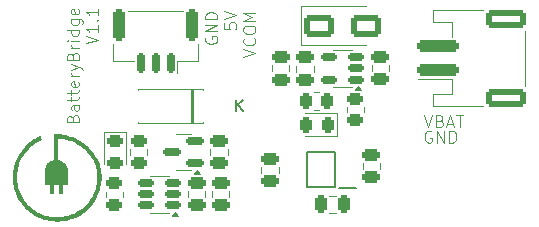
<source format=gto>
G04 #@! TF.GenerationSoftware,KiCad,Pcbnew,8.0.0*
G04 #@! TF.CreationDate,2024-08-05T13:19:55+02:00*
G04 #@! TF.ProjectId,BatteryBridge,42617474-6572-4794-9272-696467652e6b,rev?*
G04 #@! TF.SameCoordinates,Original*
G04 #@! TF.FileFunction,Legend,Top*
G04 #@! TF.FilePolarity,Positive*
%FSLAX46Y46*%
G04 Gerber Fmt 4.6, Leading zero omitted, Abs format (unit mm)*
G04 Created by KiCad (PCBNEW 8.0.0) date 2024-08-05 13:19:55*
%MOMM*%
%LPD*%
G01*
G04 APERTURE LIST*
G04 Aperture macros list*
%AMRoundRect*
0 Rectangle with rounded corners*
0 $1 Rounding radius*
0 $2 $3 $4 $5 $6 $7 $8 $9 X,Y pos of 4 corners*
0 Add a 4 corners polygon primitive as box body*
4,1,4,$2,$3,$4,$5,$6,$7,$8,$9,$2,$3,0*
0 Add four circle primitives for the rounded corners*
1,1,$1+$1,$2,$3*
1,1,$1+$1,$4,$5*
1,1,$1+$1,$6,$7*
1,1,$1+$1,$8,$9*
0 Add four rect primitives between the rounded corners*
20,1,$1+$1,$2,$3,$4,$5,0*
20,1,$1+$1,$4,$5,$6,$7,0*
20,1,$1+$1,$6,$7,$8,$9,0*
20,1,$1+$1,$8,$9,$2,$3,0*%
G04 Aperture macros list end*
%ADD10C,0.100000*%
%ADD11C,0.150000*%
%ADD12C,0.000000*%
%ADD13C,0.120000*%
%ADD14C,0.200000*%
%ADD15RoundRect,0.250000X-0.475000X0.250000X-0.475000X-0.250000X0.475000X-0.250000X0.475000X0.250000X0*%
%ADD16RoundRect,0.250000X0.475000X-0.250000X0.475000X0.250000X-0.475000X0.250000X-0.475000X-0.250000X0*%
%ADD17RoundRect,0.250000X0.450000X-0.262500X0.450000X0.262500X-0.450000X0.262500X-0.450000X-0.262500X0*%
%ADD18C,0.800000*%
%ADD19C,6.400000*%
%ADD20R,1.425000X0.450000*%
%ADD21RoundRect,0.150000X0.587500X0.150000X-0.587500X0.150000X-0.587500X-0.150000X0.587500X-0.150000X0*%
%ADD22RoundRect,0.250000X-1.000000X-0.650000X1.000000X-0.650000X1.000000X0.650000X-1.000000X0.650000X0*%
%ADD23RoundRect,0.250000X-0.250000X-0.475000X0.250000X-0.475000X0.250000X0.475000X-0.250000X0.475000X0*%
%ADD24R,2.200000X2.200000*%
%ADD25O,2.200000X2.200000*%
%ADD26RoundRect,0.150000X0.150000X0.700000X-0.150000X0.700000X-0.150000X-0.700000X0.150000X-0.700000X0*%
%ADD27RoundRect,0.250000X0.250000X1.100000X-0.250000X1.100000X-0.250000X-1.100000X0.250000X-1.100000X0*%
%ADD28RoundRect,0.250000X1.500000X-0.250000X1.500000X0.250000X-1.500000X0.250000X-1.500000X-0.250000X0*%
%ADD29RoundRect,0.250001X1.449999X-0.499999X1.449999X0.499999X-1.449999X0.499999X-1.449999X-0.499999X0*%
%ADD30RoundRect,0.150000X0.512500X0.150000X-0.512500X0.150000X-0.512500X-0.150000X0.512500X-0.150000X0*%
%ADD31RoundRect,0.243750X0.243750X0.456250X-0.243750X0.456250X-0.243750X-0.456250X0.243750X-0.456250X0*%
%ADD32RoundRect,0.243750X-0.456250X0.243750X-0.456250X-0.243750X0.456250X-0.243750X0.456250X0.243750X0*%
%ADD33C,2.600000*%
%ADD34C,4.400000*%
%ADD35RoundRect,0.250000X-0.262500X-0.450000X0.262500X-0.450000X0.262500X0.450000X-0.262500X0.450000X0*%
%ADD36RoundRect,0.250000X-0.450000X0.262500X-0.450000X-0.262500X0.450000X-0.262500X0.450000X0.262500X0*%
G04 APERTURE END LIST*
D10*
X112808665Y-87351981D02*
X112856284Y-87209124D01*
X112856284Y-87209124D02*
X112903903Y-87161505D01*
X112903903Y-87161505D02*
X112999141Y-87113886D01*
X112999141Y-87113886D02*
X113141998Y-87113886D01*
X113141998Y-87113886D02*
X113237236Y-87161505D01*
X113237236Y-87161505D02*
X113284856Y-87209124D01*
X113284856Y-87209124D02*
X113332475Y-87304362D01*
X113332475Y-87304362D02*
X113332475Y-87685314D01*
X113332475Y-87685314D02*
X112332475Y-87685314D01*
X112332475Y-87685314D02*
X112332475Y-87351981D01*
X112332475Y-87351981D02*
X112380094Y-87256743D01*
X112380094Y-87256743D02*
X112427713Y-87209124D01*
X112427713Y-87209124D02*
X112522951Y-87161505D01*
X112522951Y-87161505D02*
X112618189Y-87161505D01*
X112618189Y-87161505D02*
X112713427Y-87209124D01*
X112713427Y-87209124D02*
X112761046Y-87256743D01*
X112761046Y-87256743D02*
X112808665Y-87351981D01*
X112808665Y-87351981D02*
X112808665Y-87685314D01*
X113332475Y-86256743D02*
X112808665Y-86256743D01*
X112808665Y-86256743D02*
X112713427Y-86304362D01*
X112713427Y-86304362D02*
X112665808Y-86399600D01*
X112665808Y-86399600D02*
X112665808Y-86590076D01*
X112665808Y-86590076D02*
X112713427Y-86685314D01*
X113284856Y-86256743D02*
X113332475Y-86351981D01*
X113332475Y-86351981D02*
X113332475Y-86590076D01*
X113332475Y-86590076D02*
X113284856Y-86685314D01*
X113284856Y-86685314D02*
X113189617Y-86732933D01*
X113189617Y-86732933D02*
X113094379Y-86732933D01*
X113094379Y-86732933D02*
X112999141Y-86685314D01*
X112999141Y-86685314D02*
X112951522Y-86590076D01*
X112951522Y-86590076D02*
X112951522Y-86351981D01*
X112951522Y-86351981D02*
X112903903Y-86256743D01*
X112665808Y-85923409D02*
X112665808Y-85542457D01*
X112332475Y-85780552D02*
X113189617Y-85780552D01*
X113189617Y-85780552D02*
X113284856Y-85732933D01*
X113284856Y-85732933D02*
X113332475Y-85637695D01*
X113332475Y-85637695D02*
X113332475Y-85542457D01*
X112665808Y-85351980D02*
X112665808Y-84971028D01*
X112332475Y-85209123D02*
X113189617Y-85209123D01*
X113189617Y-85209123D02*
X113284856Y-85161504D01*
X113284856Y-85161504D02*
X113332475Y-85066266D01*
X113332475Y-85066266D02*
X113332475Y-84971028D01*
X113284856Y-84256742D02*
X113332475Y-84351980D01*
X113332475Y-84351980D02*
X113332475Y-84542456D01*
X113332475Y-84542456D02*
X113284856Y-84637694D01*
X113284856Y-84637694D02*
X113189617Y-84685313D01*
X113189617Y-84685313D02*
X112808665Y-84685313D01*
X112808665Y-84685313D02*
X112713427Y-84637694D01*
X112713427Y-84637694D02*
X112665808Y-84542456D01*
X112665808Y-84542456D02*
X112665808Y-84351980D01*
X112665808Y-84351980D02*
X112713427Y-84256742D01*
X112713427Y-84256742D02*
X112808665Y-84209123D01*
X112808665Y-84209123D02*
X112903903Y-84209123D01*
X112903903Y-84209123D02*
X112999141Y-84685313D01*
X113332475Y-83780551D02*
X112665808Y-83780551D01*
X112856284Y-83780551D02*
X112761046Y-83732932D01*
X112761046Y-83732932D02*
X112713427Y-83685313D01*
X112713427Y-83685313D02*
X112665808Y-83590075D01*
X112665808Y-83590075D02*
X112665808Y-83494837D01*
X112665808Y-83256741D02*
X113332475Y-83018646D01*
X112665808Y-82780551D02*
X113332475Y-83018646D01*
X113332475Y-83018646D02*
X113570570Y-83113884D01*
X113570570Y-83113884D02*
X113618189Y-83161503D01*
X113618189Y-83161503D02*
X113665808Y-83256741D01*
X112808665Y-82066265D02*
X112856284Y-81923408D01*
X112856284Y-81923408D02*
X112903903Y-81875789D01*
X112903903Y-81875789D02*
X112999141Y-81828170D01*
X112999141Y-81828170D02*
X113141998Y-81828170D01*
X113141998Y-81828170D02*
X113237236Y-81875789D01*
X113237236Y-81875789D02*
X113284856Y-81923408D01*
X113284856Y-81923408D02*
X113332475Y-82018646D01*
X113332475Y-82018646D02*
X113332475Y-82399598D01*
X113332475Y-82399598D02*
X112332475Y-82399598D01*
X112332475Y-82399598D02*
X112332475Y-82066265D01*
X112332475Y-82066265D02*
X112380094Y-81971027D01*
X112380094Y-81971027D02*
X112427713Y-81923408D01*
X112427713Y-81923408D02*
X112522951Y-81875789D01*
X112522951Y-81875789D02*
X112618189Y-81875789D01*
X112618189Y-81875789D02*
X112713427Y-81923408D01*
X112713427Y-81923408D02*
X112761046Y-81971027D01*
X112761046Y-81971027D02*
X112808665Y-82066265D01*
X112808665Y-82066265D02*
X112808665Y-82399598D01*
X113332475Y-81399598D02*
X112665808Y-81399598D01*
X112856284Y-81399598D02*
X112761046Y-81351979D01*
X112761046Y-81351979D02*
X112713427Y-81304360D01*
X112713427Y-81304360D02*
X112665808Y-81209122D01*
X112665808Y-81209122D02*
X112665808Y-81113884D01*
X113332475Y-80780550D02*
X112665808Y-80780550D01*
X112332475Y-80780550D02*
X112380094Y-80828169D01*
X112380094Y-80828169D02*
X112427713Y-80780550D01*
X112427713Y-80780550D02*
X112380094Y-80732931D01*
X112380094Y-80732931D02*
X112332475Y-80780550D01*
X112332475Y-80780550D02*
X112427713Y-80780550D01*
X113332475Y-79875789D02*
X112332475Y-79875789D01*
X113284856Y-79875789D02*
X113332475Y-79971027D01*
X113332475Y-79971027D02*
X113332475Y-80161503D01*
X113332475Y-80161503D02*
X113284856Y-80256741D01*
X113284856Y-80256741D02*
X113237236Y-80304360D01*
X113237236Y-80304360D02*
X113141998Y-80351979D01*
X113141998Y-80351979D02*
X112856284Y-80351979D01*
X112856284Y-80351979D02*
X112761046Y-80304360D01*
X112761046Y-80304360D02*
X112713427Y-80256741D01*
X112713427Y-80256741D02*
X112665808Y-80161503D01*
X112665808Y-80161503D02*
X112665808Y-79971027D01*
X112665808Y-79971027D02*
X112713427Y-79875789D01*
X112665808Y-78971027D02*
X113475332Y-78971027D01*
X113475332Y-78971027D02*
X113570570Y-79018646D01*
X113570570Y-79018646D02*
X113618189Y-79066265D01*
X113618189Y-79066265D02*
X113665808Y-79161503D01*
X113665808Y-79161503D02*
X113665808Y-79304360D01*
X113665808Y-79304360D02*
X113618189Y-79399598D01*
X113284856Y-78971027D02*
X113332475Y-79066265D01*
X113332475Y-79066265D02*
X113332475Y-79256741D01*
X113332475Y-79256741D02*
X113284856Y-79351979D01*
X113284856Y-79351979D02*
X113237236Y-79399598D01*
X113237236Y-79399598D02*
X113141998Y-79447217D01*
X113141998Y-79447217D02*
X112856284Y-79447217D01*
X112856284Y-79447217D02*
X112761046Y-79399598D01*
X112761046Y-79399598D02*
X112713427Y-79351979D01*
X112713427Y-79351979D02*
X112665808Y-79256741D01*
X112665808Y-79256741D02*
X112665808Y-79066265D01*
X112665808Y-79066265D02*
X112713427Y-78971027D01*
X113284856Y-78113884D02*
X113332475Y-78209122D01*
X113332475Y-78209122D02*
X113332475Y-78399598D01*
X113332475Y-78399598D02*
X113284856Y-78494836D01*
X113284856Y-78494836D02*
X113189617Y-78542455D01*
X113189617Y-78542455D02*
X112808665Y-78542455D01*
X112808665Y-78542455D02*
X112713427Y-78494836D01*
X112713427Y-78494836D02*
X112665808Y-78399598D01*
X112665808Y-78399598D02*
X112665808Y-78209122D01*
X112665808Y-78209122D02*
X112713427Y-78113884D01*
X112713427Y-78113884D02*
X112808665Y-78066265D01*
X112808665Y-78066265D02*
X112903903Y-78066265D01*
X112903903Y-78066265D02*
X112999141Y-78542455D01*
X113942419Y-81018645D02*
X114942419Y-80685312D01*
X114942419Y-80685312D02*
X113942419Y-80351979D01*
X114942419Y-79494836D02*
X114942419Y-80066264D01*
X114942419Y-79780550D02*
X113942419Y-79780550D01*
X113942419Y-79780550D02*
X114085276Y-79875788D01*
X114085276Y-79875788D02*
X114180514Y-79971026D01*
X114180514Y-79971026D02*
X114228133Y-80066264D01*
X114847180Y-79066264D02*
X114894800Y-79018645D01*
X114894800Y-79018645D02*
X114942419Y-79066264D01*
X114942419Y-79066264D02*
X114894800Y-79113883D01*
X114894800Y-79113883D02*
X114847180Y-79066264D01*
X114847180Y-79066264D02*
X114942419Y-79066264D01*
X114942419Y-78066265D02*
X114942419Y-78637693D01*
X114942419Y-78351979D02*
X113942419Y-78351979D01*
X113942419Y-78351979D02*
X114085276Y-78447217D01*
X114085276Y-78447217D02*
X114180514Y-78542455D01*
X114180514Y-78542455D02*
X114228133Y-78637693D01*
X142571027Y-87092419D02*
X142904360Y-88092419D01*
X142904360Y-88092419D02*
X143237693Y-87092419D01*
X143904360Y-87568609D02*
X144047217Y-87616228D01*
X144047217Y-87616228D02*
X144094836Y-87663847D01*
X144094836Y-87663847D02*
X144142455Y-87759085D01*
X144142455Y-87759085D02*
X144142455Y-87901942D01*
X144142455Y-87901942D02*
X144094836Y-87997180D01*
X144094836Y-87997180D02*
X144047217Y-88044800D01*
X144047217Y-88044800D02*
X143951979Y-88092419D01*
X143951979Y-88092419D02*
X143571027Y-88092419D01*
X143571027Y-88092419D02*
X143571027Y-87092419D01*
X143571027Y-87092419D02*
X143904360Y-87092419D01*
X143904360Y-87092419D02*
X143999598Y-87140038D01*
X143999598Y-87140038D02*
X144047217Y-87187657D01*
X144047217Y-87187657D02*
X144094836Y-87282895D01*
X144094836Y-87282895D02*
X144094836Y-87378133D01*
X144094836Y-87378133D02*
X144047217Y-87473371D01*
X144047217Y-87473371D02*
X143999598Y-87520990D01*
X143999598Y-87520990D02*
X143904360Y-87568609D01*
X143904360Y-87568609D02*
X143571027Y-87568609D01*
X144523408Y-87806704D02*
X144999598Y-87806704D01*
X144428170Y-88092419D02*
X144761503Y-87092419D01*
X144761503Y-87092419D02*
X145094836Y-88092419D01*
X145285313Y-87092419D02*
X145856741Y-87092419D01*
X145571027Y-88092419D02*
X145571027Y-87092419D01*
X124090150Y-80471503D02*
X124042531Y-80566741D01*
X124042531Y-80566741D02*
X124042531Y-80709598D01*
X124042531Y-80709598D02*
X124090150Y-80852455D01*
X124090150Y-80852455D02*
X124185388Y-80947693D01*
X124185388Y-80947693D02*
X124280626Y-80995312D01*
X124280626Y-80995312D02*
X124471102Y-81042931D01*
X124471102Y-81042931D02*
X124613959Y-81042931D01*
X124613959Y-81042931D02*
X124804435Y-80995312D01*
X124804435Y-80995312D02*
X124899673Y-80947693D01*
X124899673Y-80947693D02*
X124994912Y-80852455D01*
X124994912Y-80852455D02*
X125042531Y-80709598D01*
X125042531Y-80709598D02*
X125042531Y-80614360D01*
X125042531Y-80614360D02*
X124994912Y-80471503D01*
X124994912Y-80471503D02*
X124947292Y-80423884D01*
X124947292Y-80423884D02*
X124613959Y-80423884D01*
X124613959Y-80423884D02*
X124613959Y-80614360D01*
X125042531Y-79995312D02*
X124042531Y-79995312D01*
X124042531Y-79995312D02*
X125042531Y-79423884D01*
X125042531Y-79423884D02*
X124042531Y-79423884D01*
X125042531Y-78947693D02*
X124042531Y-78947693D01*
X124042531Y-78947693D02*
X124042531Y-78709598D01*
X124042531Y-78709598D02*
X124090150Y-78566741D01*
X124090150Y-78566741D02*
X124185388Y-78471503D01*
X124185388Y-78471503D02*
X124280626Y-78423884D01*
X124280626Y-78423884D02*
X124471102Y-78376265D01*
X124471102Y-78376265D02*
X124613959Y-78376265D01*
X124613959Y-78376265D02*
X124804435Y-78423884D01*
X124804435Y-78423884D02*
X124899673Y-78471503D01*
X124899673Y-78471503D02*
X124994912Y-78566741D01*
X124994912Y-78566741D02*
X125042531Y-78709598D01*
X125042531Y-78709598D02*
X125042531Y-78947693D01*
X125652475Y-79281027D02*
X125652475Y-79757217D01*
X125652475Y-79757217D02*
X126128665Y-79804836D01*
X126128665Y-79804836D02*
X126081046Y-79757217D01*
X126081046Y-79757217D02*
X126033427Y-79661979D01*
X126033427Y-79661979D02*
X126033427Y-79423884D01*
X126033427Y-79423884D02*
X126081046Y-79328646D01*
X126081046Y-79328646D02*
X126128665Y-79281027D01*
X126128665Y-79281027D02*
X126223903Y-79233408D01*
X126223903Y-79233408D02*
X126461998Y-79233408D01*
X126461998Y-79233408D02*
X126557236Y-79281027D01*
X126557236Y-79281027D02*
X126604856Y-79328646D01*
X126604856Y-79328646D02*
X126652475Y-79423884D01*
X126652475Y-79423884D02*
X126652475Y-79661979D01*
X126652475Y-79661979D02*
X126604856Y-79757217D01*
X126604856Y-79757217D02*
X126557236Y-79804836D01*
X125652475Y-78947693D02*
X126652475Y-78614360D01*
X126652475Y-78614360D02*
X125652475Y-78281027D01*
X127262419Y-82138169D02*
X128262419Y-81804836D01*
X128262419Y-81804836D02*
X127262419Y-81471503D01*
X128167180Y-80566741D02*
X128214800Y-80614360D01*
X128214800Y-80614360D02*
X128262419Y-80757217D01*
X128262419Y-80757217D02*
X128262419Y-80852455D01*
X128262419Y-80852455D02*
X128214800Y-80995312D01*
X128214800Y-80995312D02*
X128119561Y-81090550D01*
X128119561Y-81090550D02*
X128024323Y-81138169D01*
X128024323Y-81138169D02*
X127833847Y-81185788D01*
X127833847Y-81185788D02*
X127690990Y-81185788D01*
X127690990Y-81185788D02*
X127500514Y-81138169D01*
X127500514Y-81138169D02*
X127405276Y-81090550D01*
X127405276Y-81090550D02*
X127310038Y-80995312D01*
X127310038Y-80995312D02*
X127262419Y-80852455D01*
X127262419Y-80852455D02*
X127262419Y-80757217D01*
X127262419Y-80757217D02*
X127310038Y-80614360D01*
X127310038Y-80614360D02*
X127357657Y-80566741D01*
X127262419Y-79947693D02*
X127262419Y-79757217D01*
X127262419Y-79757217D02*
X127310038Y-79661979D01*
X127310038Y-79661979D02*
X127405276Y-79566741D01*
X127405276Y-79566741D02*
X127595752Y-79519122D01*
X127595752Y-79519122D02*
X127929085Y-79519122D01*
X127929085Y-79519122D02*
X128119561Y-79566741D01*
X128119561Y-79566741D02*
X128214800Y-79661979D01*
X128214800Y-79661979D02*
X128262419Y-79757217D01*
X128262419Y-79757217D02*
X128262419Y-79947693D01*
X128262419Y-79947693D02*
X128214800Y-80042931D01*
X128214800Y-80042931D02*
X128119561Y-80138169D01*
X128119561Y-80138169D02*
X127929085Y-80185788D01*
X127929085Y-80185788D02*
X127595752Y-80185788D01*
X127595752Y-80185788D02*
X127405276Y-80138169D01*
X127405276Y-80138169D02*
X127310038Y-80042931D01*
X127310038Y-80042931D02*
X127262419Y-79947693D01*
X128262419Y-79090550D02*
X127262419Y-79090550D01*
X127262419Y-79090550D02*
X127976704Y-78757217D01*
X127976704Y-78757217D02*
X127262419Y-78423884D01*
X127262419Y-78423884D02*
X128262419Y-78423884D01*
X143177693Y-88460038D02*
X143082455Y-88412419D01*
X143082455Y-88412419D02*
X142939598Y-88412419D01*
X142939598Y-88412419D02*
X142796741Y-88460038D01*
X142796741Y-88460038D02*
X142701503Y-88555276D01*
X142701503Y-88555276D02*
X142653884Y-88650514D01*
X142653884Y-88650514D02*
X142606265Y-88840990D01*
X142606265Y-88840990D02*
X142606265Y-88983847D01*
X142606265Y-88983847D02*
X142653884Y-89174323D01*
X142653884Y-89174323D02*
X142701503Y-89269561D01*
X142701503Y-89269561D02*
X142796741Y-89364800D01*
X142796741Y-89364800D02*
X142939598Y-89412419D01*
X142939598Y-89412419D02*
X143034836Y-89412419D01*
X143034836Y-89412419D02*
X143177693Y-89364800D01*
X143177693Y-89364800D02*
X143225312Y-89317180D01*
X143225312Y-89317180D02*
X143225312Y-88983847D01*
X143225312Y-88983847D02*
X143034836Y-88983847D01*
X143653884Y-89412419D02*
X143653884Y-88412419D01*
X143653884Y-88412419D02*
X144225312Y-89412419D01*
X144225312Y-89412419D02*
X144225312Y-88412419D01*
X144701503Y-89412419D02*
X144701503Y-88412419D01*
X144701503Y-88412419D02*
X144939598Y-88412419D01*
X144939598Y-88412419D02*
X145082455Y-88460038D01*
X145082455Y-88460038D02*
X145177693Y-88555276D01*
X145177693Y-88555276D02*
X145225312Y-88650514D01*
X145225312Y-88650514D02*
X145272931Y-88840990D01*
X145272931Y-88840990D02*
X145272931Y-88983847D01*
X145272931Y-88983847D02*
X145225312Y-89174323D01*
X145225312Y-89174323D02*
X145177693Y-89269561D01*
X145177693Y-89269561D02*
X145082455Y-89364800D01*
X145082455Y-89364800D02*
X144939598Y-89412419D01*
X144939598Y-89412419D02*
X144701503Y-89412419D01*
D11*
X126628095Y-86764819D02*
X126628095Y-85764819D01*
X127199523Y-86764819D02*
X126770952Y-86193390D01*
X127199523Y-85764819D02*
X126628095Y-86336247D01*
D12*
G36*
X111324180Y-88699842D02*
G01*
X111556854Y-88705533D01*
X111784686Y-88722427D01*
X112007854Y-88750575D01*
X112226537Y-88790025D01*
X112440916Y-88840829D01*
X112651168Y-88903035D01*
X112857473Y-88976693D01*
X113060011Y-89061853D01*
X113258960Y-89158565D01*
X113454500Y-89266878D01*
X113529954Y-89312324D01*
X113698356Y-89422423D01*
X113859947Y-89541177D01*
X114015965Y-89669567D01*
X114167647Y-89808576D01*
X114218796Y-89858777D01*
X114365233Y-90013181D01*
X114500860Y-90173203D01*
X114625613Y-90338707D01*
X114739427Y-90509557D01*
X114842238Y-90685617D01*
X114933981Y-90866750D01*
X115014592Y-91052822D01*
X115084007Y-91243696D01*
X115142161Y-91439237D01*
X115188990Y-91639308D01*
X115224429Y-91843773D01*
X115246114Y-92026920D01*
X115249723Y-92073778D01*
X115252786Y-92129737D01*
X115255256Y-92192090D01*
X115257084Y-92258129D01*
X115258222Y-92325147D01*
X115258623Y-92390439D01*
X115258239Y-92451295D01*
X115257022Y-92505010D01*
X115255254Y-92543727D01*
X115235951Y-92762234D01*
X115205100Y-92976968D01*
X115162770Y-93187740D01*
X115109030Y-93394359D01*
X115043952Y-93596632D01*
X114967603Y-93794370D01*
X114880055Y-93987382D01*
X114781376Y-94175475D01*
X114671638Y-94358460D01*
X114550908Y-94536145D01*
X114503712Y-94600181D01*
X114369588Y-94768237D01*
X114226909Y-94927592D01*
X114075909Y-95078051D01*
X113916823Y-95219420D01*
X113749885Y-95351505D01*
X113575330Y-95474110D01*
X113393393Y-95587041D01*
X113204308Y-95690103D01*
X113166626Y-95709033D01*
X113076391Y-95752675D01*
X112992265Y-95790927D01*
X112910332Y-95825403D01*
X112826676Y-95857720D01*
X112737380Y-95889494D01*
X112692632Y-95904606D01*
X112487297Y-95966586D01*
X112279992Y-96016642D01*
X112071190Y-96054805D01*
X111861368Y-96081111D01*
X111651000Y-96095592D01*
X111440562Y-96098283D01*
X111230530Y-96089217D01*
X111021378Y-96068429D01*
X110813583Y-96035952D01*
X110607618Y-95991820D01*
X110403960Y-95936067D01*
X110203084Y-95868727D01*
X110005465Y-95789833D01*
X109811859Y-95699560D01*
X109628053Y-95600669D01*
X109449592Y-95491042D01*
X109277085Y-95371223D01*
X109111144Y-95241755D01*
X108952378Y-95103181D01*
X108801396Y-94956044D01*
X108658810Y-94800887D01*
X108525228Y-94638254D01*
X108401262Y-94468687D01*
X108359117Y-94406068D01*
X108279507Y-94279219D01*
X108202663Y-94145306D01*
X108130561Y-94008048D01*
X108065179Y-93871165D01*
X108022598Y-93773055D01*
X107980646Y-93665561D01*
X107939942Y-93549290D01*
X107901528Y-93427697D01*
X107866444Y-93304237D01*
X107835731Y-93182364D01*
X107812473Y-93075824D01*
X107777030Y-92868156D01*
X107753483Y-92658960D01*
X107741743Y-92448878D01*
X107741725Y-92238552D01*
X107753341Y-92028622D01*
X107776504Y-91819732D01*
X107811127Y-91612521D01*
X107857123Y-91407632D01*
X107914404Y-91205706D01*
X107982884Y-91007384D01*
X108062476Y-90813307D01*
X108142577Y-90644690D01*
X108244597Y-90456857D01*
X108356662Y-90275683D01*
X108478389Y-90101553D01*
X108609396Y-89934852D01*
X108749302Y-89775966D01*
X108897725Y-89625279D01*
X109054283Y-89483176D01*
X109218593Y-89350043D01*
X109390275Y-89226265D01*
X109568946Y-89112226D01*
X109754224Y-89008313D01*
X109777262Y-88996347D01*
X109817662Y-88975923D01*
X109862129Y-88954094D01*
X109908321Y-88931951D01*
X109953897Y-88910587D01*
X109996513Y-88891096D01*
X110033829Y-88874570D01*
X110063502Y-88862102D01*
X110072420Y-88858605D01*
X110076389Y-88857854D01*
X110080424Y-88859527D01*
X110085110Y-88864797D01*
X110091031Y-88874836D01*
X110098770Y-88890820D01*
X110108912Y-88913922D01*
X110122041Y-88945314D01*
X110138742Y-88986172D01*
X110151167Y-89016824D01*
X110168197Y-89058915D01*
X110183776Y-89097440D01*
X110197300Y-89130905D01*
X110208166Y-89157816D01*
X110215771Y-89176680D01*
X110219512Y-89186003D01*
X110219745Y-89186596D01*
X110216055Y-89192330D01*
X110203797Y-89199767D01*
X110192984Y-89204434D01*
X110177270Y-89210862D01*
X110153165Y-89221292D01*
X110123355Y-89234536D01*
X110090525Y-89249407D01*
X110071900Y-89257967D01*
X109892642Y-89347517D01*
X109718949Y-89447790D01*
X109551334Y-89558370D01*
X109390308Y-89678840D01*
X109236384Y-89808783D01*
X109090076Y-89947782D01*
X108951894Y-90095420D01*
X108822353Y-90251281D01*
X108776405Y-90311365D01*
X108660895Y-90476092D01*
X108555498Y-90647435D01*
X108460479Y-90824756D01*
X108376103Y-91007418D01*
X108302634Y-91194783D01*
X108240338Y-91386212D01*
X108189477Y-91581068D01*
X108150317Y-91778714D01*
X108139707Y-91846496D01*
X108131417Y-91905622D01*
X108124691Y-91959641D01*
X108119379Y-92010917D01*
X108115332Y-92061811D01*
X108112400Y-92114686D01*
X108110433Y-92171903D01*
X108109284Y-92235826D01*
X108108801Y-92308816D01*
X108108763Y-92335781D01*
X108108900Y-92407088D01*
X108109470Y-92468462D01*
X108110617Y-92522199D01*
X108112487Y-92570594D01*
X108115224Y-92615944D01*
X108118972Y-92660543D01*
X108123877Y-92706688D01*
X108130083Y-92756674D01*
X108137735Y-92812797D01*
X108139716Y-92826825D01*
X108173769Y-93023747D01*
X108219394Y-93217367D01*
X108276267Y-93407235D01*
X108344066Y-93592902D01*
X108422468Y-93773920D01*
X108511149Y-93949838D01*
X108609786Y-94120207D01*
X108718057Y-94284579D01*
X108835639Y-94442504D01*
X108962207Y-94593532D01*
X109097440Y-94737215D01*
X109241015Y-94873104D01*
X109392607Y-95000748D01*
X109551895Y-95119699D01*
X109718554Y-95229508D01*
X109892263Y-95329726D01*
X109967927Y-95369193D01*
X110148752Y-95454330D01*
X110331616Y-95527799D01*
X110517607Y-95589945D01*
X110707808Y-95641117D01*
X110903307Y-95681661D01*
X110990743Y-95696140D01*
X111051513Y-95705106D01*
X111106878Y-95712405D01*
X111159188Y-95718193D01*
X111210797Y-95722628D01*
X111264057Y-95725869D01*
X111321319Y-95728072D01*
X111384937Y-95729395D01*
X111457263Y-95729997D01*
X111496942Y-95730076D01*
X111568249Y-95729939D01*
X111629623Y-95729369D01*
X111683360Y-95728222D01*
X111731755Y-95726352D01*
X111777104Y-95723615D01*
X111821704Y-95719867D01*
X111867848Y-95714962D01*
X111917835Y-95708756D01*
X111973958Y-95701104D01*
X111987985Y-95699123D01*
X112184908Y-95665070D01*
X112378527Y-95619445D01*
X112568396Y-95562572D01*
X112754063Y-95494773D01*
X112935080Y-95416371D01*
X113110998Y-95327690D01*
X113281368Y-95229053D01*
X113445740Y-95120782D01*
X113603664Y-95003200D01*
X113754693Y-94876632D01*
X113898376Y-94741399D01*
X114034264Y-94597824D01*
X114161909Y-94446232D01*
X114280860Y-94286944D01*
X114390669Y-94120285D01*
X114490886Y-93946576D01*
X114530354Y-93870912D01*
X114613728Y-93694163D01*
X114685934Y-93515522D01*
X114747289Y-93333904D01*
X114798109Y-93148229D01*
X114838708Y-92957413D01*
X114869405Y-92760374D01*
X114879450Y-92675223D01*
X114883593Y-92627947D01*
X114887066Y-92571147D01*
X114889822Y-92507511D01*
X114891816Y-92439731D01*
X114893001Y-92370499D01*
X114893330Y-92302503D01*
X114892757Y-92238436D01*
X114891236Y-92180987D01*
X114888798Y-92133951D01*
X114869666Y-91940398D01*
X114839613Y-91751940D01*
X114798418Y-91567744D01*
X114745861Y-91386978D01*
X114681723Y-91208811D01*
X114605781Y-91032410D01*
X114585776Y-90990248D01*
X114496177Y-90818705D01*
X114396071Y-90652995D01*
X114285890Y-90493468D01*
X114166062Y-90340476D01*
X114037016Y-90194372D01*
X113899184Y-90055507D01*
X113752994Y-89924232D01*
X113598877Y-89800899D01*
X113437261Y-89685860D01*
X113268577Y-89579466D01*
X113093254Y-89482070D01*
X112911723Y-89394023D01*
X112724412Y-89315676D01*
X112531751Y-89247381D01*
X112411395Y-89210696D01*
X112284835Y-89177064D01*
X112154032Y-89147203D01*
X112021874Y-89121618D01*
X111891251Y-89100815D01*
X111765050Y-89085299D01*
X111646162Y-89075576D01*
X111636019Y-89075008D01*
X111561160Y-89070983D01*
X111561160Y-89976205D01*
X111561160Y-90881428D01*
X111632623Y-90894883D01*
X111741769Y-90920754D01*
X111843017Y-90955845D01*
X111936680Y-91000310D01*
X112023073Y-91054305D01*
X112102510Y-91117985D01*
X112121789Y-91135884D01*
X112180998Y-91197650D01*
X112231529Y-91262165D01*
X112276148Y-91333163D01*
X112297382Y-91372801D01*
X112342804Y-91475067D01*
X112377439Y-91582546D01*
X112401408Y-91695663D01*
X112411002Y-91769165D01*
X112412139Y-91786900D01*
X112413179Y-91816352D01*
X112414118Y-91857007D01*
X112414949Y-91908351D01*
X112415669Y-91969869D01*
X112416271Y-92041046D01*
X112416751Y-92121369D01*
X112417104Y-92210322D01*
X112417325Y-92307392D01*
X112417408Y-92412063D01*
X112417409Y-92422054D01*
X112417409Y-93011606D01*
X112203347Y-93011606D01*
X111989285Y-93011606D01*
X111989285Y-93393860D01*
X111989285Y-93776113D01*
X111805803Y-93776113D01*
X111622321Y-93776113D01*
X111622321Y-93393860D01*
X111622321Y-93011606D01*
X111438839Y-93011606D01*
X111255357Y-93011606D01*
X111255357Y-93393860D01*
X111255357Y-93776113D01*
X111071876Y-93776113D01*
X110888394Y-93776113D01*
X110888394Y-93393860D01*
X110888394Y-93011606D01*
X110658753Y-93011606D01*
X110429112Y-93011606D01*
X110431401Y-92374007D01*
X110431774Y-92271618D01*
X110432128Y-92180693D01*
X110432478Y-92100467D01*
X110432841Y-92030170D01*
X110433234Y-91969037D01*
X110433674Y-91916299D01*
X110434177Y-91871189D01*
X110434760Y-91832941D01*
X110435439Y-91800787D01*
X110436231Y-91773959D01*
X110437153Y-91751691D01*
X110438221Y-91733214D01*
X110439452Y-91717762D01*
X110440862Y-91704568D01*
X110442469Y-91692864D01*
X110444288Y-91681883D01*
X110446337Y-91670858D01*
X110446669Y-91669131D01*
X110474079Y-91553417D01*
X110509960Y-91446507D01*
X110554304Y-91348411D01*
X110607109Y-91259135D01*
X110668368Y-91178687D01*
X110738077Y-91107077D01*
X110816231Y-91044312D01*
X110843333Y-91025894D01*
X110928394Y-90977294D01*
X111019971Y-90937676D01*
X111115124Y-90908256D01*
X111142100Y-90901993D01*
X111191139Y-90891443D01*
X111192684Y-89795613D01*
X111194230Y-88699783D01*
X111324180Y-88699842D01*
G37*
D13*
X124615000Y-93498748D02*
X124615000Y-94021252D01*
X126085000Y-93498748D02*
X126085000Y-94021252D01*
X138125000Y-83376252D02*
X138125000Y-82853748D01*
X139595000Y-83376252D02*
X139595000Y-82853748D01*
X115605000Y-94007064D02*
X115605000Y-93552936D01*
X117075000Y-94007064D02*
X117075000Y-93552936D01*
X129695000Y-83386252D02*
X129695000Y-82863748D01*
X131165000Y-83386252D02*
X131165000Y-82863748D01*
X122565000Y-93518748D02*
X122565000Y-94041252D01*
X124035000Y-93518748D02*
X124035000Y-94041252D01*
D14*
X132690000Y-90210000D02*
X134990000Y-90210000D01*
X132690000Y-93210000D02*
X132690000Y-90210000D01*
X134990000Y-90210000D02*
X134990000Y-93210000D01*
X134990000Y-93210000D02*
X132690000Y-93210000D01*
X136765000Y-93260000D02*
X135340000Y-93260000D01*
D13*
X122197500Y-88640000D02*
X121547500Y-88640000D01*
X122197500Y-88640000D02*
X122847500Y-88640000D01*
X122197500Y-91760000D02*
X121547500Y-91760000D01*
X122197500Y-91760000D02*
X122847500Y-91760000D01*
X123600000Y-92040000D02*
X123120000Y-92040000D01*
X123360000Y-91710000D01*
X123600000Y-92040000D01*
G36*
X123600000Y-92040000D02*
G01*
X123120000Y-92040000D01*
X123360000Y-91710000D01*
X123600000Y-92040000D01*
G37*
X137355000Y-91661252D02*
X137355000Y-91138748D01*
X138825000Y-91661252D02*
X138825000Y-91138748D01*
X132122500Y-77862500D02*
X132122500Y-81162500D01*
X132122500Y-77862500D02*
X137632500Y-77862500D01*
X132122500Y-81162500D02*
X137632500Y-81162500D01*
X134548748Y-93915000D02*
X135071252Y-93915000D01*
X134548748Y-95385000D02*
X135071252Y-95385000D01*
X118370000Y-84830000D02*
X118370000Y-84960000D01*
X118370000Y-87770000D02*
X118370000Y-87640000D01*
X122790000Y-87770000D02*
X122790000Y-84830000D01*
X122910000Y-87770000D02*
X122910000Y-84830000D01*
X123030000Y-87770000D02*
X123030000Y-84830000D01*
X123810000Y-84830000D02*
X118370000Y-84830000D01*
X123810000Y-84960000D02*
X123810000Y-84830000D01*
X123810000Y-87640000D02*
X123810000Y-87770000D01*
X123810000Y-87770000D02*
X118370000Y-87770000D01*
X128785000Y-92001252D02*
X128785000Y-91478748D01*
X130255000Y-92001252D02*
X130255000Y-91478748D01*
X116240000Y-81090000D02*
X116240000Y-82540000D01*
X116240000Y-82540000D02*
X118040000Y-82540000D01*
X121660000Y-82540000D02*
X121660000Y-83530000D01*
X122190000Y-78270000D02*
X117510000Y-78270000D01*
X123460000Y-81090000D02*
X123460000Y-82540000D01*
X123460000Y-82540000D02*
X121660000Y-82540000D01*
X143300000Y-78200000D02*
X143300000Y-79220000D01*
X143300000Y-79220000D02*
X144900000Y-79220000D01*
X143300000Y-85300000D02*
X144900000Y-85300000D01*
X143300000Y-86320000D02*
X143300000Y-85300000D01*
X144900000Y-79220000D02*
X144900000Y-80500000D01*
X144900000Y-84020000D02*
X142010000Y-84020000D01*
X144900000Y-85300000D02*
X144900000Y-84020000D01*
X147550000Y-78200000D02*
X143300000Y-78200000D01*
X147550000Y-86320000D02*
X143300000Y-86320000D01*
X151120000Y-84600000D02*
X151120000Y-79920000D01*
X135670000Y-81565000D02*
X134870000Y-81565000D01*
X135670000Y-81565000D02*
X136470000Y-81565000D01*
X135670000Y-84685000D02*
X134870000Y-84685000D01*
X135670000Y-84685000D02*
X136470000Y-84685000D01*
X137210000Y-84965000D02*
X136730000Y-84965000D01*
X136970000Y-84635000D01*
X137210000Y-84965000D01*
G36*
X137210000Y-84965000D02*
G01*
X136730000Y-84965000D01*
X136970000Y-84635000D01*
X137210000Y-84965000D01*
G37*
X132470000Y-88852500D02*
X135155000Y-88852500D01*
X135155000Y-86932500D02*
X132470000Y-86932500D01*
X135155000Y-88852500D02*
X135155000Y-86932500D01*
X135995000Y-86849564D02*
X135995000Y-86395436D01*
X137465000Y-86849564D02*
X137465000Y-86395436D01*
X115420000Y-88505000D02*
X115420000Y-91190000D01*
X117340000Y-88505000D02*
X115420000Y-88505000D01*
X117340000Y-91190000D02*
X117340000Y-88505000D01*
X120160000Y-92222500D02*
X119360000Y-92222500D01*
X120160000Y-92222500D02*
X120960000Y-92222500D01*
X120160000Y-95342500D02*
X119360000Y-95342500D01*
X120160000Y-95342500D02*
X120960000Y-95342500D01*
X121700000Y-95622500D02*
X121220000Y-95622500D01*
X121460000Y-95292500D01*
X121700000Y-95622500D01*
G36*
X121700000Y-95622500D02*
G01*
X121220000Y-95622500D01*
X121460000Y-95292500D01*
X121700000Y-95622500D01*
G37*
X133222936Y-85157500D02*
X133677064Y-85157500D01*
X133222936Y-86627500D02*
X133677064Y-86627500D01*
X117655000Y-89972936D02*
X117655000Y-90427064D01*
X119125000Y-89972936D02*
X119125000Y-90427064D01*
X131745000Y-83406252D02*
X131745000Y-82883748D01*
X133215000Y-83406252D02*
X133215000Y-82883748D01*
X124472500Y-89926248D02*
X124472500Y-90448752D01*
X125942500Y-89926248D02*
X125942500Y-90448752D01*
%LPC*%
D15*
X125350000Y-92810000D03*
X125350000Y-94710000D03*
D16*
X138860000Y-84065000D03*
X138860000Y-82165000D03*
D17*
X116340000Y-94692500D03*
X116340000Y-92867500D03*
D16*
X130430000Y-84075000D03*
X130430000Y-82175000D03*
D15*
X123300000Y-92830000D03*
X123300000Y-94730000D03*
D18*
X145860000Y-92770000D03*
X146562944Y-91072944D03*
X146562944Y-94467056D03*
X148260000Y-90370000D03*
D19*
X148260000Y-92770000D03*
D18*
X148260000Y-95170000D03*
X149957056Y-91072944D03*
X149957056Y-94467056D03*
X150660000Y-92770000D03*
D20*
X136052000Y-92685000D03*
X136052000Y-92035000D03*
X136052000Y-91385000D03*
X136052000Y-90735000D03*
X131628000Y-90735000D03*
X131628000Y-91385000D03*
X131628000Y-92035000D03*
X131628000Y-92685000D03*
D21*
X123135000Y-91150000D03*
X123135000Y-89250000D03*
X121260000Y-90200000D03*
D16*
X138090000Y-92350000D03*
X138090000Y-90450000D03*
D22*
X133632500Y-79512500D03*
X137632500Y-79512500D03*
D23*
X133860000Y-94650000D03*
X135760000Y-94650000D03*
D24*
X124900000Y-86300000D03*
D25*
X117280000Y-86300000D03*
D16*
X129520000Y-92690000D03*
X129520000Y-90790000D03*
D26*
X121100000Y-82680000D03*
X119850000Y-82680000D03*
X118600000Y-82680000D03*
D27*
X122950000Y-79480000D03*
X116750000Y-79480000D03*
D28*
X143760000Y-83260000D03*
X143760000Y-81260000D03*
D29*
X149510000Y-85610000D03*
X149510000Y-78910000D03*
D30*
X136807500Y-84075000D03*
X136807500Y-83125000D03*
X136807500Y-82175000D03*
X134532500Y-82175000D03*
X134532500Y-84075000D03*
D31*
X134407500Y-87892500D03*
X132532500Y-87892500D03*
D17*
X136730000Y-87535000D03*
X136730000Y-85710000D03*
D32*
X116380000Y-89252500D03*
X116380000Y-91127500D03*
D33*
X110000000Y-80000000D03*
D34*
X110000000Y-80000000D03*
D30*
X121297500Y-94732500D03*
X121297500Y-93782500D03*
X121297500Y-92832500D03*
X119022500Y-92832500D03*
X119022500Y-93782500D03*
X119022500Y-94732500D03*
D35*
X132537500Y-85892500D03*
X134362500Y-85892500D03*
D36*
X118390000Y-89287500D03*
X118390000Y-91112500D03*
D16*
X132480000Y-84095000D03*
X132480000Y-82195000D03*
D15*
X125207500Y-89237500D03*
X125207500Y-91137500D03*
%LPD*%
M02*

</source>
